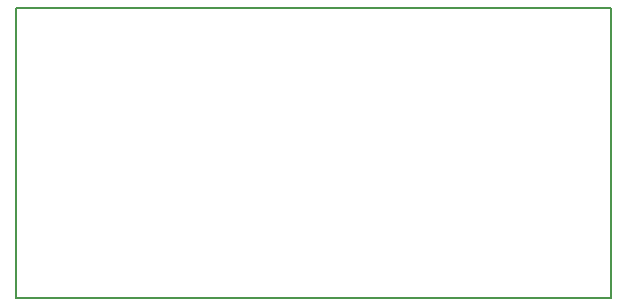
<source format=gbr>
%TF.GenerationSoftware,KiCad,Pcbnew,8.0.7*%
%TF.CreationDate,2024-12-14T18:23:45+03:00*%
%TF.ProjectId,pmod_esp32,706d6f64-5f65-4737-9033-322e6b696361,0.1*%
%TF.SameCoordinates,Original*%
%TF.FileFunction,Profile,NP*%
%FSLAX46Y46*%
G04 Gerber Fmt 4.6, Leading zero omitted, Abs format (unit mm)*
G04 Created by KiCad (PCBNEW 8.0.7) date 2024-12-14 18:23:45*
%MOMM*%
%LPD*%
G01*
G04 APERTURE LIST*
%TA.AperFunction,Profile*%
%ADD10C,0.200000*%
%TD*%
G04 APERTURE END LIST*
D10*
X189250000Y-35000000D02*
X239650000Y-35000000D01*
X239650000Y-59500000D01*
X189250000Y-59500000D01*
X189250000Y-35000000D01*
M02*

</source>
